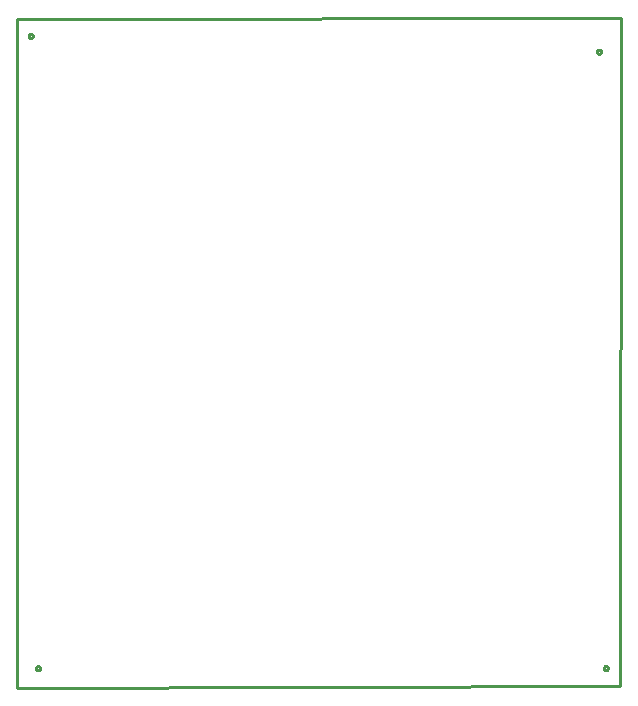
<source format=gbr>
G04 EAGLE Gerber RS-274X export*
G75*
%MOMM*%
%FSLAX34Y34*%
%LPD*%
%IN*%
%IPPOS*%
%AMOC8*
5,1,8,0,0,1.08239X$1,22.5*%
G01*
%ADD10C,0.254000*%


D10*
X171987Y659222D02*
X172204Y92705D01*
X682529Y93835D01*
X683803Y659708D01*
X171987Y659222D01*
X191776Y108992D02*
X191709Y108654D01*
X191577Y108335D01*
X191386Y108049D01*
X191142Y107805D01*
X190855Y107613D01*
X190537Y107481D01*
X190199Y107414D01*
X189854Y107414D01*
X189516Y107481D01*
X189197Y107613D01*
X188911Y107805D01*
X188667Y108049D01*
X188475Y108335D01*
X188344Y108654D01*
X188276Y108992D01*
X188276Y109337D01*
X188344Y109675D01*
X188475Y109993D01*
X188667Y110280D01*
X188911Y110523D01*
X189197Y110715D01*
X189516Y110847D01*
X189854Y110914D01*
X190199Y110914D01*
X190537Y110847D01*
X190855Y110715D01*
X191142Y110523D01*
X191386Y110280D01*
X191577Y109993D01*
X191709Y109675D01*
X191776Y109337D01*
X191776Y108992D01*
X672403Y108959D02*
X672335Y108621D01*
X672204Y108302D01*
X672012Y108016D01*
X671768Y107772D01*
X671482Y107580D01*
X671163Y107448D01*
X670825Y107381D01*
X670480Y107381D01*
X670142Y107448D01*
X669824Y107580D01*
X669537Y107772D01*
X669293Y108016D01*
X669102Y108302D01*
X668970Y108621D01*
X668903Y108959D01*
X668903Y109303D01*
X668970Y109642D01*
X669102Y109960D01*
X669293Y110247D01*
X669537Y110490D01*
X669824Y110682D01*
X670142Y110814D01*
X670480Y110881D01*
X670825Y110881D01*
X671163Y110814D01*
X671482Y110682D01*
X671768Y110490D01*
X672012Y110247D01*
X672204Y109960D01*
X672335Y109642D01*
X672403Y109303D01*
X672403Y108959D01*
X666728Y631096D02*
X666661Y630758D01*
X666529Y630440D01*
X666338Y630153D01*
X666094Y629909D01*
X665807Y629718D01*
X665489Y629586D01*
X665151Y629519D01*
X664806Y629519D01*
X664468Y629586D01*
X664149Y629718D01*
X663863Y629909D01*
X663619Y630153D01*
X663428Y630440D01*
X663296Y630758D01*
X663228Y631096D01*
X663228Y631441D01*
X663296Y631779D01*
X663428Y632098D01*
X663619Y632384D01*
X663863Y632628D01*
X664149Y632820D01*
X664468Y632951D01*
X664806Y633019D01*
X665151Y633019D01*
X665489Y632951D01*
X665807Y632820D01*
X666094Y632628D01*
X666338Y632384D01*
X666529Y632098D01*
X666661Y631779D01*
X666728Y631441D01*
X666728Y631096D01*
X185583Y644364D02*
X185515Y644026D01*
X185383Y643708D01*
X185192Y643421D01*
X184948Y643177D01*
X184661Y642986D01*
X184343Y642854D01*
X184005Y642786D01*
X183660Y642786D01*
X183322Y642854D01*
X183004Y642986D01*
X182717Y643177D01*
X182473Y643421D01*
X182282Y643708D01*
X182150Y644026D01*
X182083Y644364D01*
X182083Y644709D01*
X182150Y645047D01*
X182282Y645365D01*
X182473Y645652D01*
X182717Y645896D01*
X183004Y646087D01*
X183322Y646219D01*
X183660Y646286D01*
X184005Y646286D01*
X184343Y646219D01*
X184661Y646087D01*
X184948Y645896D01*
X185192Y645652D01*
X185383Y645365D01*
X185515Y645047D01*
X185583Y644709D01*
X185583Y644364D01*
M02*

</source>
